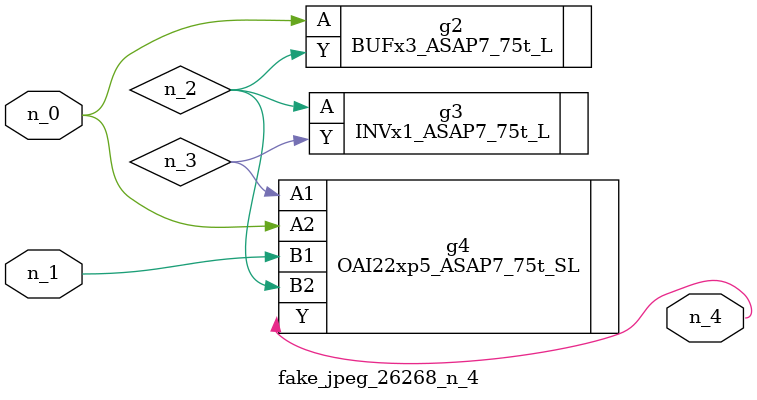
<source format=v>
module fake_jpeg_26268_n_4 (n_0, n_1, n_4);

input n_0;
input n_1;

output n_4;

wire n_2;
wire n_3;

BUFx3_ASAP7_75t_L g2 ( 
.A(n_0),
.Y(n_2)
);

INVx1_ASAP7_75t_L g3 ( 
.A(n_2),
.Y(n_3)
);

OAI22xp5_ASAP7_75t_SL g4 ( 
.A1(n_3),
.A2(n_0),
.B1(n_1),
.B2(n_2),
.Y(n_4)
);


endmodule
</source>
